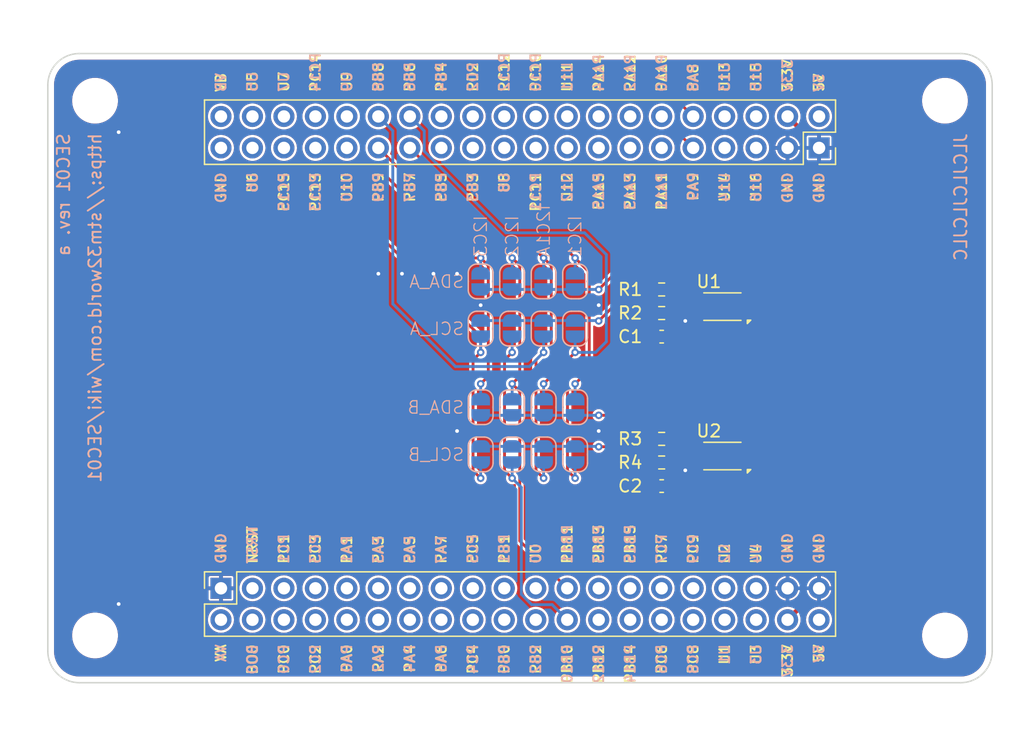
<source format=kicad_pcb>
(kicad_pcb (version 20240108) (generator "pcbnew") (generator_version "8.0")
  (title_block (title "${TITLE}") (rev "${REVISION}") (company "${COMPANY}") (comment 1 "${URL}") (comment 2 "${AUTHOR}") (comment 3 "${AUTHOR_EMAIL}"))
  (layers (0 "F.Cu" signal) (31 "B.Cu" signal) (34 "B.Paste" user) (35 "F.Paste" user) (36 "B.SilkS" user "B.Silkscreen") (37 "F.SilkS" user "F.Silkscreen") (38 "B.Mask" user) (39 "F.Mask" user) (44 "Edge.Cuts" user))
  (property "AUTHOR" "Lars Boegild Thomsen")
  (property "AUTHOR_EMAIL" "lth@stm32world.com")
  (property "COMPANY" "STM32World")
  (property "REVISION" "a")
  (property "TITLE" "SEC01")
  (property "URL" "https://stm32world.com/wiki/SEC01")
  (net 0 "")
  (net 6 "GND")
  (net 7 "+3V3")
  (net 22 "I2C2_SCL")
  (net 29 "I2C2_SDA")
  (net 35 "I2C3_SDA")
  (net 37 "I2C1_SDA")
  (net 49 "I2C1_SCL")
  (net 58 "I2C1_A_SDA")
  (net 67 "I2C3_SCL")
  (net 73 "I2C1_A_SCL")
  (net 75 "A_SDA")
  (net 76 "A_SCL")
  (net 77 "B_SDA")
  (net 78 "B_SCL")
  (footprint "stm32world:STM32WORLD_BOARD" (layer "F.Cu") (at 156.21 105.41)
    (property "Reference" "J1" (hide yes))
    (property "Value" "STM32WORLD_BOARD")
    (fp_line (start -38.1 22.86) (end -38.1 -22.86) (stroke (width 0.12)) (layer "Edge.Cuts"))
    (fp_line (start -35.56 -25.4) (end 35.56 -25.4) (stroke (width 0.12)) (layer "Edge.Cuts"))
    (fp_line (start 35.56 25.4) (end -35.56 25.4) (stroke (width 0.12)) (layer "Edge.Cuts"))
    (fp_line (start 38.1 -22.86) (end 38.1 22.86) (stroke (width 0.12)) (layer "Edge.Cuts"))
    (fp_arc (start -38.1 -22.86) (mid -37.356051 -24.656051) (end -35.56 -25.4) (stroke (width 0.12)) (layer "Edge.Cuts"))
    (fp_arc (start -35.56 25.4) (mid -37.356051 24.656051) (end -38.1 22.86) (stroke (width 0.12)) (layer "Edge.Cuts"))
    (fp_arc (start 35.56 -25.4) (mid 37.356051 -24.656051) (end 38.1 -22.86) (stroke (width 0.12)) (layer "Edge.Cuts"))
    (fp_arc (start 38.1 22.86) (mid 37.356051 24.656051) (end 35.56 25.4) (stroke (width 0.12)) (layer "Edge.Cuts"))
  )
  (footprint "Resistor_SMD:R_0603_1608Metric" (layer "F.Cu") (at 167.64 113.03)
    (property "Reference" "R4")
    (property "Value" "4K7")
  )
  (footprint "Resistor_SMD:R_0603_1608Metric" (layer "F.Cu") (at 167.64 99.06)
    (property "Reference" "R1")
    (property "Value" "4K7")
  )
  (footprint "Capacitor_SMD:C_0603_1608Metric" (layer "F.Cu") (at 167.64 114.935 180)
    (property "Reference" "C2")
    (property "Value" "100nF")
  )
  (footprint "stm32world:PinSocket_2x20_P2.54mm_Vertical_Stackable" (layer "F.Cu") (at 180.34 87.63 -90)
    (property "Reference" "J3" (hide yes))
    (property "Value" "STM32WORLD_CONNECTOR_2")
  )
  (footprint "Capacitor_SMD:C_0603_1608Metric" (layer "F.Cu") (at 167.64 102.87 180)
    (property "Reference" "C1")
    (property "Value" "100nF")
  )
  (footprint "Package_DFN_QFN:DFN-8-1EP_3x2mm_P0.5mm_EP1.3x1.5mm" (layer "F.Cu") (at 172.54 100.445 180)
    (property "Reference" "U1")
    (property "Value" "ATECC608A")
  )
  (footprint "Resistor_SMD:R_0603_1608Metric" (layer "F.Cu") (at 167.64 111.125)
    (property "Reference" "R3")
    (property "Value" "4K7")
  )
  (footprint "stm32world:PinSocket_2x20_P2.54mm_Vertical_Stackable" (layer "F.Cu") (at 132.08 123.19 90)
    (property "Reference" "J2" (hide yes))
    (property "Value" "STM32WORLD_CONNECTOR_1")
  )
  (footprint "Package_DFN_QFN:DFN-8-1EP_3x2mm_P0.5mm_EP1.3x1.5mm" (layer "F.Cu") (at 172.54 112.51 180)
    (property "Reference" "U2")
    (property "Value" "ATECC608B")
  )
  (footprint "Resistor_SMD:R_0603_1608Metric" (layer "F.Cu") (at 167.64 100.965)
    (property "Reference" "R2")
    (property "Value" "4K7")
  )
  (footprint "Jumper:SolderJumper-2_P1.3mm_Open_RoundedPad1.0x1.5mm" (layer "B.Cu") (at 153.035 102.22 90)
    (property "Reference" "JP8" (hide yes))
    (property "Value" "SolderJumper_2_Open")
  )
  (footprint "Jumper:SolderJumper-2_P1.3mm_Open_RoundedPad1.0x1.5mm" (layer "B.Cu") (at 153.035 112.38 90)
    (property "Reference" "JP16" (hide yes))
    (property "Value" "SolderJumper_2_Open")
  )
  (footprint "Jumper:SolderJumper-2_P1.3mm_Open_RoundedPad1.0x1.5mm" (layer "B.Cu") (at 158.115 98.41 -90)
    (property "Reference" "JP2" (hide yes))
    (property "Value" "SolderJumper_2_Open")
  )
  (footprint "Jumper:SolderJumper-2_P1.3mm_Open_RoundedPad1.0x1.5mm" (layer "B.Cu") (at 158.115 112.38 90)
    (property "Reference" "JP14" (hide yes))
    (property "Value" "SolderJumper_2_Open")
  )
  (footprint "Jumper:SolderJumper-2_P1.3mm_Open_RoundedPad1.0x1.5mm" (layer "B.Cu") (at 155.575 98.41 -90)
    (property "Reference" "JP3" (hide yes))
    (property "Value" "SolderJumper_2_Open")
  )
  (footprint "Jumper:SolderJumper-2_P1.3mm_Open_RoundedPad1.0x1.5mm" (layer "B.Cu") (at 155.575 112.38 90)
    (property "Reference" "JP15" (hide yes))
    (property "Value" "SolderJumper_2_Open")
  )
  (footprint "Jumper:SolderJumper-2_P1.3mm_Open_RoundedPad1.0x1.5mm" (layer "B.Cu") (at 160.655 108.57 -90)
    (property "Reference" "JP9" (hide yes))
    (property "Value" "SolderJumper_2_Open")
  )
  (footprint "Jumper:SolderJumper-2_P1.3mm_Open_RoundedPad1.0x1.5mm" (layer "B.Cu") (at 153.035 108.57 -90)
    (property "Reference" "JP12" (hide yes))
    (property "Value" "SolderJumper_2_Open")
  )
  (footprint "Jumper:SolderJumper-2_P1.3mm_Open_RoundedPad1.0x1.5mm" (layer "B.Cu") (at 155.575 108.57 -90)
    (property "Reference" "JP11" (hide yes))
    (property "Value" "SolderJumper_2_Open")
  )
  (footprint "Jumper:SolderJumper-2_P1.3mm_Open_RoundedPad1.0x1.5mm" (layer "B.Cu") (at 160.655 98.41 -90)
    (property "Reference" "JP1" (hide yes))
    (property "Value" "SolderJumper_2_Open")
  )
  (footprint "Jumper:SolderJumper-2_P1.3mm_Open_RoundedPad1.0x1.5mm" (layer "B.Cu") (at 158.115 108.57 -90)
    (property "Reference" "JP10" (hide yes))
    (property "Value" "SolderJumper_2_Open")
  )
  (footprint "Jumper:SolderJumper-2_P1.3mm_Open_RoundedPad1.0x1.5mm" (layer "B.Cu") (at 155.575 102.22 90)
    (property "Reference" "JP7" (hide yes))
    (property "Value" "SolderJumper_2_Open")
  )
  (footprint "Jumper:SolderJumper-2_P1.3mm_Open_RoundedPad1.0x1.5mm" (layer "B.Cu") (at 160.655 112.38 90)
    (property "Reference" "JP13" (hide yes))
    (property "Value" "SolderJumper_2_Open")
  )
  (footprint "Jumper:SolderJumper-2_P1.3mm_Open_RoundedPad1.0x1.5mm" (layer "B.Cu") (at 158.115 102.22 90)
    (property "Reference" "JP6" (hide yes))
    (property "Value" "SolderJumper_2_Open")
  )
  (footprint "Jumper:SolderJumper-2_P1.3mm_Open_RoundedPad1.0x1.5mm" (layer "B.Cu") (at 160.655 102.22 90)
    (property "Reference" "JP5" (hide yes))
    (property "Value" "SolderJumper_2_Open")
  )
  (footprint "Jumper:SolderJumper-2_P1.3mm_Open_RoundedPad1.0x1.5mm" (layer "B.Cu") (at 153.035 98.41 -90)
    (property "Reference" "JP4" (hide yes))
    (property "Value" "SolderJumper_2_Open")
  )
  (gr_text "I2C1A" (at 158.115 96.52 90) (layer "B.SilkS") (effects (font (size 1 1) (thickness 0.1)) (justify right mirror)))
  (gr_text "I2C1" (at 160.655 96.52 90) (layer "B.SilkS") (effects (font (size 1 1) (thickness 0.1)) (justify right mirror)))
  (gr_text "I2C2" (at 155.575 96.52 90) (layer "B.SilkS") (effects (font (size 1 1) (thickness 0.1)) (justify right mirror)))
  (gr_text "SCL_B" (at 151.765 112.395 0) (layer "B.SilkS") (effects (font (size 1 1) (thickness 0.1)) (justify left mirror)))
  (gr_text "SDA_A" (at 151.765 98.425 0) (layer "B.SilkS") (effects (font (size 1 1) (thickness 0.1)) (justify left mirror)))
  (gr_text "I2C3" (at 153.035 96.52 90) (layer "B.SilkS") (effects (font (size 1 1) (thickness 0.1)) (justify right mirror)))
  (gr_text "SDA_B" (at 151.765 108.585 0) (layer "B.SilkS") (effects (font (size 1 1) (thickness 0.1)) (justify left mirror)))
  (gr_text "SCL_A" (at 151.765 102.235 0) (layer "B.SilkS") (effects (font (size 1 1) (thickness 0.1)) (justify left mirror)))
  (via (at 169.545 101.6) (size 0.6) (drill 0.3) (layers "F.Cu" "B.Cu") (net 6))
  (via (at 151.13 97.79) (size 0.6) (drill 0.3) (layers "F.Cu" "B.Cu") (net 6))
  (via (at 169.545 113.665) (size 0.6) (drill 0.3) (layers "F.Cu" "B.Cu") (net 6))
  (via (at 153.035 100.33) (size 0.6) (drill 0.3) (layers "F.Cu" "B.Cu") (net 6))
  (via (at 146.685 97.79) (size 0.6) (drill 0.3) (layers "F.Cu" "B.Cu") (net 6))
  (via (at 151.13 110.49) (size 0.6) (drill 0.3) (layers "F.Cu" "B.Cu") (net 6))
  (via (at 123.825 86.36) (size 0.6) (drill 0.3) (layers "F.Cu" "B.Cu") (net 6))
  (via (at 123.825 124.46) (size 0.6) (drill 0.3) (layers "F.Cu" "B.Cu") (net 6))
  (via (at 162.56 100.33) (size 0.6) (drill 0.3) (layers "F.Cu" "B.Cu") (net 6))
  (via (at 162.56 110.49) (size 0.6) (drill 0.3) (layers "F.Cu" "B.Cu") (net 6))
  (via (at 149.225 97.79) (size 0.6) (drill 0.3) (layers "F.Cu" "B.Cu") (net 6))
  (via (at 144.78 97.79) (size 0.6) (drill 0.3) (layers "F.Cu" "B.Cu") (net 6))
  (segment (start 171.09 113.26) (end 171.09 114.925) (width 0.2286) (layer "F.Cu") (net 7))
  (segment (start 171.09 102.86) (end 171.1 102.87) (width 0.2286) (layer "F.Cu") (net 7))
  (segment (start 177.8 85.09) (end 179.0405 86.3305) (width 0.381) (layer "F.Cu") (net 7))
  (segment (start 168.415 102.87) (end 168.415 102.565) (width 0.381) (layer "F.Cu") (net 7))
  (segment (start 171.08 114.935) (end 179.0405 114.935) (width 0.381) (layer "F.Cu") (net 7))
  (segment (start 179.0405 102.87) (end 179.0405 114.935) (width 0.381) (layer "F.Cu") (net 7))
  (segment (start 179.0405 124.4895) (end 177.8 125.73) (width 0.381) (layer "F.Cu") (net 7))
  (segment (start 171.1 102.87) (end 179.0405 102.87) (width 0.381) (layer "F.Cu") (net 7))
  (segment (start 168.415 114.935) (end 171.08 114.935) (width 0.381) (layer "F.Cu") (net 7))
  (segment (start 166.815 100.965) (end 166.815 99.06) (width 0.381) (layer "F.Cu") (net 7))
  (segment (start 168.415 102.565) (end 166.815 100.965) (width 0.381) (layer "F.Cu") (net 7))
  (segment (start 166.815 113.03) (end 166.815 111.125) (width 0.381) (layer "F.Cu") (net 7))
  (segment (start 168.415 114.935) (end 168.415 114.63) (width 0.381) (layer "F.Cu") (net 7))
  (segment (start 179.0405 86.3305) (end 179.0405 102.87) (width 0.381) (layer "F.Cu") (net 7))
  (segment (start 171.09 101.195) (end 171.09 102.86) (width 0.2286) (layer "F.Cu") (net 7))
  (segment (start 168.415 102.87) (end 171.1 102.87) (width 0.381) (layer "F.Cu") (net 7))
  (segment (start 168.415 114.63) (end 166.815 113.03) (width 0.381) (layer "F.Cu") (net 7))
  (segment (start 171.09 114.925) (end 171.08 114.935) (width 0.2286) (layer "F.Cu") (net 7))
  (segment (start 179.0405 114.935) (end 179.0405 124.4895) (width 0.381) (layer "F.Cu") (net 7))
  (segment (start 154.9607 104.7543) (end 154.9607 113.6857) (width 0.2286) (layer "F.Cu") (net 22))
  (segment (start 155.575 104.14) (end 154.9607 104.7543) (width 0.2286) (layer "F.Cu") (net 22))
  (segment (start 154.9607 113.6857) (end 155.575 114.3) (width 0.2286) (layer "F.Cu") (net 22))
  (via (at 155.575 114.3) (size 0.6) (drill 0.3) (layers "F.Cu" "B.Cu") (net 22))
  (via (at 155.575 104.14) (size 0.6) (drill 0.3) (layers "F.Cu" "B.Cu") (net 22))
  (segment (start 156.3157 123.672269) (end 157.153431 124.51) (width 0.2286) (layer "B.Cu") (net 22))
  (segment (start 156.3157 115.0407) (end 156.3157 123.672269) (width 0.2286) (layer "B.Cu") (net 22))
  (segment (start 157.153431 124.51) (end 158.8 124.51) (width 0.2286) (layer "B.Cu") (net 22))
  (segment (start 158.8 124.51) (end 160.02 125.73) (width 0.2286) (layer "B.Cu") (net 22))
  (segment (start 155.575 114.3) (end 156.3157 115.0407) (width 0.2286) (layer "B.Cu") (net 22))
  (segment (start 155.575 104.14) (end 155.575 102.87) (width 0.2286) (layer "B.Cu") (net 22))
  (segment (start 155.575 113.03) (end 155.575 114.3) (width 0.2286) (layer "B.Cu") (net 22))
  (segment (start 156.1893 119.3593) (end 160.02 123.19) (width 0.2286) (layer "F.Cu") (net 29))
  (segment (start 156.21 97.155) (end 155.575 96.52) (width 0.2286) (layer "F.Cu") (net 29))
  (segment (start 156.1893 107.2943) (end 156.1893 119.3593) (width 0.2286) (layer "F.Cu") (net 29))
  (segment (start 155.575 106.68) (end 156.1893 106.0657) (width 0.2286) (layer "F.Cu") (net 29))
  (segment (start 156.1893 97.1343) (end 155.575 96.52) (width 0.2286) (layer "F.Cu") (net 29))
  (segment (start 155.575 106.68) (end 156.1893 107.2943) (width 0.2286) (layer "F.Cu") (net 29))
  (segment (start 156.1893 106.0657) (end 156.1893 97.1343) (width 0.2286) (layer "F.Cu") (net 29))
  (via (at 155.575 106.68) (size 0.6) (drill 0.3) (layers "F.Cu" "B.Cu") (net 29))
  (via (at 155.575 96.52) (size 0.6) (drill 0.3) (layers "F.Cu" "B.Cu") (net 29))
  (segment (start 155.575 97.76) (end 155.575 96.52) (width 0.2286) (layer "B.Cu") (net 29))
  (segment (start 155.575 107.92) (end 155.575 106.68) (width 0.2286) (layer "B.Cu") (net 29))
  (segment (start 155.448 97.633) (end 155.575 97.76) (width 0.2286) (layer "B.Cu") (net 29))
  (segment (start 153.035 106.68) (end 153.6493 106.0657) (width 0.2286) (layer "F.Cu") (net 35))
  (segment (start 153.6493 106.0657) (end 153.6493 97.1343) (width 0.2286) (layer "F.Cu") (net 35))
  (segment (start 166.3486 82.0486) (end 168.82 84.52) (width 0.2286) (layer "F.Cu") (net 35))
  (segment (start 143.6157 83.3243) (end 144.8914 82.0486) (width 0.2286) (layer "F.Cu") (net 35))
  (segment (start 168.82 84.52) (end 168.82 86.27) (width 0.2286) (layer "F.Cu") (net 35))
  (segment (start 144.351716 88.848284) (end 143.6157 88.112268) (width 0.2286) (layer "F.Cu") (net 35))
  (segment (start 144.8914 82.0486) (end 166.3486 82.0486) (width 0.2286) (layer "F.Cu") (net 35))
  (segment (start 143.6157 88.112269) (end 144.351716 88.848284) (width 0.2286) (layer "F.Cu") (net 35))
  (segment (start 144.351716 88.848284) (end 152.023431 96.52) (width 0.2286) (layer "F.Cu") (net 35))
  (segment (start 153.6493 97.1343) (end 153.035 96.52) (width 0.2286) (layer "F.Cu") (net 35))
  (segment (start 152.023431 96.52) (end 153.035 96.52) (width 0.2286) (layer "F.Cu") (net 35))
  (segment (start 143.6157 88.112268) (end 143.6157 83.3243) (width 0.2286) (layer "F.Cu") (net 35))
  (segment (start 168.82 86.27) (end 170.18 87.63) (width 0.2286) (layer "F.Cu") (net 35))
  (via (at 153.035 106.68) (size 0.6) (drill 0.3) (layers "F.Cu" "B.Cu") (net 35))
  (via (at 153.035 96.52) (size 0.6) (drill 0.3) (layers "F.Cu" "B.Cu") (net 35))
  (segment (start 153.035 107.92) (end 153.035 106.68) (width 0.2286) (layer "B.Cu") (net 35))
  (segment (start 153.035 96.52) (end 153.035 97.76) (width 0.2286) (layer "B.Cu") (net 35))
  (segment (start 160.655 106.68) (end 161.798 105.537) (width 0.2286) (layer "F.Cu") (net 37))
  (segment (start 155.1671 95.4771) (end 147.32 87.63) (width 0.2286) (layer "F.Cu") (net 37))
  (segment (start 159.6121 95.4771) (end 155.1671 95.4771) (width 0.2286) (layer "F.Cu") (net 37))
  (segment (start 161.798 105.537) (end 161.798 97.663) (width 0.2286) (layer "F.Cu") (net 37))
  (segment (start 161.798 97.663) (end 160.655 96.52) (width 0.2286) (layer "F.Cu") (net 37))
  (segment (start 160.655 96.52) (end 159.6121 95.4771) (width 0.2286) (layer "F.Cu") (net 37))
  (via (at 160.655 96.52) (size 0.6) (drill 0.3) (layers "F.Cu" "B.Cu") (net 37))
  (via (at 160.655 106.68) (size 0.6) (drill 0.3) (layers "F.Cu" "B.Cu") (net 37))
  (segment (start 160.655 97.76) (end 160.655 96.52) (width 0.2286) (layer "B.Cu") (net 37))
  (segment (start 160.655 107.92) (end 160.655 106.68) (width 0.2286) (layer "B.Cu") (net 37))
  (segment (start 160.655 104.14) (end 160.0407 104.7543) (width 0.2286) (layer "F.Cu") (net 49))
  (segment (start 160.0407 104.7543) (end 160.0407 113.6857) (width 0.2286) (layer "F.Cu") (net 49))
  (segment (start 160.0407 113.6857) (end 160.655 114.3) (width 0.2286) (layer "F.Cu") (net 49))
  (via (at 160.655 114.3) (size 0.6) (drill 0.3) (layers "F.Cu" "B.Cu") (net 49))
  (via (at 160.655 104.14) (size 0.6) (drill 0.3) (layers "F.Cu" "B.Cu") (net 49))
  (segment (start 147.32 85.09) (end 148.4843 86.2543) (width 0.2286) (layer "B.Cu") (net 49))
  (segment (start 160.655 104.14) (end 160.655 102.87) (width 0.2286) (layer "B.Cu") (net 49))
  (segment (start 161.417 94.488) (end 163.1743 96.2453) (width 0.2286) (layer "B.Cu") (net 49))
  (segment (start 148.4843 86.2543) (end 148.4843 87.900869) (width 0.2286) (layer "B.Cu") (net 49))
  (segment (start 155.071431 94.488) (end 161.417 94.488) (width 0.2286) (layer "B.Cu") (net 49))
  (segment (start 148.4843 87.900869) (end 155.071431 94.488) (width 0.2286) (layer "B.Cu") (net 49))
  (segment (start 162.306 104.14) (end 160.655 104.14) (width 0.2286) (layer "B.Cu") (net 49))
  (segment (start 163.1743 103.2717) (end 162.306 104.14) (width 0.2286) (layer "B.Cu") (net 49))
  (segment (start 163.1743 96.2453) (end 163.1743 103.2717) (width 0.2286) (layer "B.Cu") (net 49))
  (segment (start 160.655 113.03) (end 160.655 114.3) (width 0.2286) (layer "B.Cu") (net 49))
  (segment (start 157.5007 95.9057) (end 153.0557 95.9057) (width 0.2286) (layer "F.Cu") (net 58))
  (segment (start 158.115 96.52) (end 157.5007 95.9057) (width 0.2286) (layer "F.Cu") (net 58))
  (segment (start 153.0557 95.9057) (end 144.78 87.63) (width 0.2286) (layer "F.Cu") (net 58))
  (segment (start 158.7293 97.1343) (end 158.115 96.52) (width 0.2286) (layer "F.Cu") (net 58))
  (segment (start 158.7293 106.0657) (end 158.7293 97.1343) (width 0.2286) (layer "F.Cu") (net 58))
  (segment (start 158.115 106.68) (end 158.7293 106.0657) (width 0.2286) (layer "F.Cu") (net 58))
  (via (at 158.115 106.68) (size 0.6) (drill 0.3) (layers "F.Cu" "B.Cu") (net 58))
  (via (at 158.115 96.52) (size 0.6) (drill 0.3) (layers "F.Cu" "B.Cu") (net 58))
  (segment (start 158.115 107.92) (end 158.115 106.68) (width 0.2286) (layer "B.Cu") (net 58))
  (segment (start 158.115 97.76) (end 158.115 96.52) (width 0.2286) (layer "B.Cu") (net 58))
  (segment (start 152.4207 104.7543) (end 152.4207 113.6857) (width 0.2286) (layer "F.Cu") (net 67))
  (segment (start 142.8 81.62) (end 142.76 81.58) (width 0.2286) (layer "F.Cu") (net 67))
  (segment (start 153.035 102.87) (end 153.035 104.14) (width 0.2286) (layer "F.Cu") (net 67))
  (segment (start 142.76 81.58) (end 141.0757 83.2643) (width 0.2286) (layer "F.Cu") (net 67))
  (segment (start 166.71 81.62) (end 142.8 81.62) (width 0.2286) (layer "F.Cu") (net 67))
  (segment (start 153.035 104.14) (end 152.4207 104.7543) (width 0.2286) (layer "F.Cu") (net 67))
  (segment (start 170.18 85.09) (end 166.71 81.62) (width 0.2286) (layer "F.Cu") (net 67))
  (segment (start 152.4207 113.6857) (end 153.035 114.3) (width 0.2286) (layer "F.Cu") (net 67))
  (segment (start 141.0757 90.9107) (end 153.035 102.87) (width 0.2286) (layer "F.Cu") (net 67))
  (segment (start 141.0757 83.2643) (end 141.0757 90.9107) (width 0.2286) (layer "F.Cu") (net 67))
  (via (at 153.035 114.3) (size 0.6) (drill 0.3) (layers "F.Cu" "B.Cu") (net 67))
  (via (at 153.035 104.14) (size 0.6) (drill 0.3) (layers "F.Cu" "B.Cu") (net 67))
  (segment (start 153.035 104.14) (end 153.035 102.87) (width 0.2286) (layer "B.Cu") (net 67))
  (segment (start 153.035 113.03) (end 153.035 114.3) (width 0.2286) (layer "B.Cu") (net 67))
  (segment (start 157.5007 113.6857) (end 158.115 114.3) (width 0.2286) (layer "F.Cu") (net 73))
  (segment (start 158.115 104.14) (end 157.5007 104.7543) (width 0.2286) (layer "F.Cu") (net 73))
  (segment (start 157.5007 104.7543) (end 157.5007 113.6857) (width 0.2286) (layer "F.Cu") (net 73))
  (via (at 158.115 114.3) (size 0.6) (drill 0.3) (layers "F.Cu" "B.Cu") (net 73))
  (via (at 158.115 104.14) (size 0.6) (drill 0.3) (layers "F.Cu" "B.Cu") (net 73))
  (segment (start 158.115 113.03) (end 158.115 114.3) (width 0.2286) (layer "B.Cu") (net 73))
  (segment (start 151.003 105.283) (end 156.972 105.283) (width 0.2286) (layer "B.Cu") (net 73))
  (segment (start 145.9443 86.2543) (end 145.9443 100.2243) (width 0.2286) (layer "B.Cu") (net 73))
  (segment (start 145.9443 100.2243) (end 151.003 105.283) (width 0.2286) (layer "B.Cu") (net 73))
  (segment (start 144.78 85.09) (end 145.9443 86.2543) (width 0.2286) (layer "B.Cu") (net 73))
  (segment (start 158.115 104.14) (end 158.115 102.87) (width 0.2286) (layer "B.Cu") (net 73))
  (segment (start 156.972 105.283) (end 158.115 104.14) (width 0.2286) (layer "B.Cu") (net 73))
  (segment (start 162.56 99.06) (end 164.465 97.155) (width 0.2286) (layer "F.Cu") (net 75))
  (segment (start 168.465 99.06) (end 168.465 98.615) (width 0.2286) (layer "F.Cu") (net 75))
  (segment (start 171.09 99.695) (end 169.1 99.695) (width 0.2286) (layer "F.Cu") (net 75))
  (segment (start 167.005 97.155) (end 164.465 97.155) (width 0.2286) (layer "F.Cu") (net 75))
  (segment (start 168.465 98.615) (end 167.005 97.155) (width 0.2286) (layer "F.Cu") (net 75))
  (segment (start 169.1 99.695) (end 168.465 99.06) (width 0.2286) (layer "F.Cu") (net 75))
  (via (at 162.56 99.06) (size 0.6) (drill 0.3) (layers "F.Cu" "B.Cu") (net 75))
  (segment (start 155.575 99.06) (end 153.035 99.06) (width 0.2286) (layer "B.Cu") (net 75))
  (segment (start 160.655 99.06) (end 158.115 99.06) (width 0.2286) (layer "B.Cu") (net 75))
  (segment (start 158.115 99.06) (end 155.575 99.06) (width 0.2286) (layer "B.Cu") (net 75))
  (segment (start 160.655 99.06) (end 162.56 99.06) (width 0.2286) (layer "B.Cu") (net 75))
  (segment (start 160.67 99.045) (end 160.655 99.06) (width 0.2286) (layer "B.Cu") (net 75))
  (segment (start 167.7507 98.5357) (end 167.005 97.79) (width 0.2286) (layer "F.Cu") (net 76))
  (segment (start 164.465 99.695) (end 164.465 98.425) (width 0.2286) (layer "F.Cu") (net 76))
  (segment (start 167.005 97.79) (end 165.1 97.79) (width 0.2286) (layer "F.Cu") (net 76))
  (segment (start 171.09 100.195) (end 169.235 100.195) (width 0.2286) (layer "F.Cu") (net 76))
  (segment (start 169.235 100.195) (end 168.465 100.965) (width 0.2286) (layer "F.Cu") (net 76))
  (segment (start 165.1 97.79) (end 164.465 98.425) (width 0.2286) (layer "F.Cu") (net 76))
  (segment (start 167.7507 100.2507) (end 167.7507 98.5357) (width 0.2286) (layer "F.Cu") (net 76))
  (segment (start 162.56 101.6) (end 164.465 99.695) (width 0.2286) (layer "F.Cu") (net 76))
  (segment (start 168.465 100.965) (end 167.7507 100.2507) (width 0.2286) (layer "F.Cu") (net 76))
  (via (at 162.56 101.6) (size 0.6) (drill 0.3) (layers "F.Cu" "B.Cu") (net 76))
  (segment (start 160.67 101.585) (end 160.655 101.57) (width 0.2286) (layer "B.Cu") (net 76))
  (segment (start 162.53 101.57) (end 162.56 101.6) (width 0.2286) (layer "B.Cu") (net 76))
  (segment (start 160.655 101.57) (end 158.115 101.57) (width 0.2286) (layer "B.Cu") (net 76))
  (segment (start 158.115 101.57) (end 155.575 101.57) (width 0.2286) (layer "B.Cu") (net 76))
  (segment (start 155.575 101.57) (end 153.035 101.57) (width 0.2286) (layer "B.Cu") (net 76))
  (segment (start 160.655 101.57) (end 162.53 101.57) (width 0.2286) (layer "B.Cu") (net 76))
  (segment (start 162.56 109.22) (end 167.035 109.22) (width 0.2286) (layer "F.Cu") (net 77))
  (segment (start 169.1 111.76) (end 168.465 111.125) (width 0.2286) (layer "F.Cu") (net 77))
  (segment (start 168.465 110.65) (end 168.465 111.125) (width 0.2286) (layer "F.Cu") (net 77))
  (segment (start 167.035 109.22) (end 168.465 110.65) (width 0.2286) (layer "F.Cu") (net 77))
  (segment (start 171.09 111.76) (end 169.1 111.76) (width 0.2286) (layer "F.Cu") (net 77))
  (via (at 162.56 109.22) (size 0.6) (drill 0.3) (layers "F.Cu" "B.Cu") (net 77))
  (segment (start 160.655 109.22) (end 158.115 109.22) (width 0.2286) (layer "B.Cu") (net 77))
  (segment (start 155.575 109.22) (end 153.035 109.22) (width 0.2286) (layer "B.Cu") (net 77))
  (segment (start 160.655 109.22) (end 162.56 109.22) (width 0.2286) (layer "B.Cu") (net 77))
  (segment (start 158.115 109.22) (end 155.575 109.22) (width 0.2286) (layer "B.Cu") (net 77))
  (segment (start 160.67 109.205) (end 160.655 109.22) (width 0.2286) (layer "B.Cu") (net 77))
  (segment (start 171.09 112.26) (end 169.235 112.26) (width 0.2286) (layer "F.Cu") (net 78))
  (segment (start 167.5293 112.0943) (end 167.5293 110.631428) (width 0.2286) (layer "F.Cu") (net 78))
  (segment (start 166.752872 109.855) (end 165.1 109.855) (width 0.2286) (layer "F.Cu") (net 78))
  (segment (start 163.195 111.76) (end 162.56 111.76) (width 0.2286) (layer "F.Cu") (net 78))
  (segment (start 165.1 109.855) (end 163.195 111.76) (width 0.2286) (layer "F.Cu") (net 78))
  (segment (start 169.235 112.26) (end 168.465 113.03) (width 0.2286) (layer "F.Cu") (net 78))
  (segment (start 168.465 113.03) (end 167.5293 112.0943) (width 0.2286) (layer "F.Cu") (net 78))
  (segment (start 167.5293 110.631428) (end 166.752872 109.855) (width 0.2286) (layer "F.Cu") (net 78))
  (via (at 162.56 111.76) (size 0.6) (drill 0.3) (layers "F.Cu" "B.Cu") (net 78))
  (segment (start 160.655 111.73) (end 162.53 111.73) (width 0.2286) (layer "B.Cu") (net 78))
  (segment (start 158.115 111.73) (end 155.575 111.73) (width 0.2286) (layer "B.Cu") (net 78))
  (segment (start 160.67 111.745) (end 160.655 111.73) (width 0.2286) (layer "B.Cu") (net 78))
  (segment (start 162.53 111.73) (end 162.56 111.76) (width 0.2286) (layer "B.Cu") (net 78))
  (segment (start 160.655 111.73) (end 158.115 111.73) (width 0.2286) (layer "B.Cu") (net 78))
  (segment (start 155.575 111.73) (end 153.035 111.73) (width 0.2286) (layer "B.Cu") (net 78))
  (zone (net 6) (net_name "GND") (layers "F&B.Cu") (connect_pads (clearance 0.1524)) (min_thickness 0.1524) (fill yes (thermal_gap 0.1524) (thermal_bridge_width 0.3048))
    (polygon (pts (xy 117.475 79.375) (xy 194.945 79.375) (xy 194.945 131.445) (xy 117.475 131.445)))
  )
)
</source>
